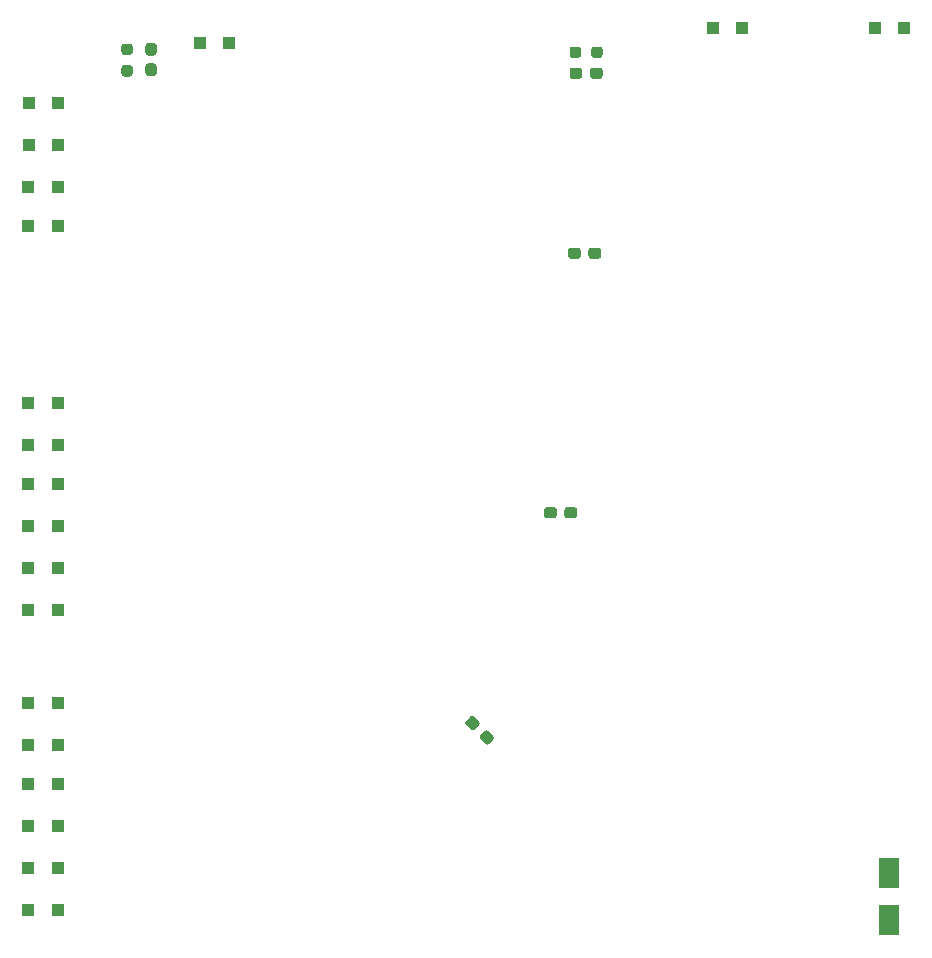
<source format=gbp>
%TF.GenerationSoftware,KiCad,Pcbnew,5.1.9+dfsg1-1*%
%TF.CreationDate,2021-12-02T00:27:29+01:00*%
%TF.ProjectId,RTMPin,52544d50-696e-42e6-9b69-6361645f7063,rev?*%
%TF.SameCoordinates,Original*%
%TF.FileFunction,Paste,Bot*%
%TF.FilePolarity,Positive*%
%FSLAX46Y46*%
G04 Gerber Fmt 4.6, Leading zero omitted, Abs format (unit mm)*
G04 Created by KiCad (PCBNEW 5.1.9+dfsg1-1) date 2021-12-02 00:27:29*
%MOMM*%
%LPD*%
G01*
G04 APERTURE LIST*
%ADD10R,1.800000X2.500000*%
%ADD11R,1.000000X1.000000*%
G04 APERTURE END LIST*
G36*
G01*
X139883000Y-56912500D02*
X139883000Y-57387500D01*
G75*
G02*
X139645500Y-57625000I-237500J0D01*
G01*
X139045500Y-57625000D01*
G75*
G02*
X138808000Y-57387500I0J237500D01*
G01*
X138808000Y-56912500D01*
G75*
G02*
X139045500Y-56675000I237500J0D01*
G01*
X139645500Y-56675000D01*
G75*
G02*
X139883000Y-56912500I0J-237500D01*
G01*
G37*
G36*
G01*
X141608000Y-56912500D02*
X141608000Y-57387500D01*
G75*
G02*
X141370500Y-57625000I-237500J0D01*
G01*
X140770500Y-57625000D01*
G75*
G02*
X140533000Y-57387500I0J237500D01*
G01*
X140533000Y-56912500D01*
G75*
G02*
X140770500Y-56675000I237500J0D01*
G01*
X141370500Y-56675000D01*
G75*
G02*
X141608000Y-56912500I0J-237500D01*
G01*
G37*
G36*
G01*
X131252872Y-113173748D02*
X131588748Y-112837872D01*
G75*
G02*
X131924624Y-112837872I167938J-167938D01*
G01*
X132348888Y-113262136D01*
G75*
G02*
X132348888Y-113598012I-167938J-167938D01*
G01*
X132013012Y-113933888D01*
G75*
G02*
X131677136Y-113933888I-167938J167938D01*
G01*
X131252872Y-113509624D01*
G75*
G02*
X131252872Y-113173748I167938J167938D01*
G01*
G37*
G36*
G01*
X130033112Y-111953988D02*
X130368988Y-111618112D01*
G75*
G02*
X130704864Y-111618112I167938J-167938D01*
G01*
X131129128Y-112042376D01*
G75*
G02*
X131129128Y-112378252I-167938J-167938D01*
G01*
X130793252Y-112714128D01*
G75*
G02*
X130457376Y-112714128I-167938J167938D01*
G01*
X130033112Y-112289864D01*
G75*
G02*
X130033112Y-111953988I167938J167938D01*
G01*
G37*
G36*
G01*
X138374000Y-94598500D02*
X138374000Y-94123500D01*
G75*
G02*
X138611500Y-93886000I237500J0D01*
G01*
X139211500Y-93886000D01*
G75*
G02*
X139449000Y-94123500I0J-237500D01*
G01*
X139449000Y-94598500D01*
G75*
G02*
X139211500Y-94836000I-237500J0D01*
G01*
X138611500Y-94836000D01*
G75*
G02*
X138374000Y-94598500I0J237500D01*
G01*
G37*
G36*
G01*
X136649000Y-94598500D02*
X136649000Y-94123500D01*
G75*
G02*
X136886500Y-93886000I237500J0D01*
G01*
X137486500Y-93886000D01*
G75*
G02*
X137724000Y-94123500I0J-237500D01*
G01*
X137724000Y-94598500D01*
G75*
G02*
X137486500Y-94836000I-237500J0D01*
G01*
X136886500Y-94836000D01*
G75*
G02*
X136649000Y-94598500I0J237500D01*
G01*
G37*
G36*
G01*
X140406000Y-72627500D02*
X140406000Y-72152500D01*
G75*
G02*
X140643500Y-71915000I237500J0D01*
G01*
X141243500Y-71915000D01*
G75*
G02*
X141481000Y-72152500I0J-237500D01*
G01*
X141481000Y-72627500D01*
G75*
G02*
X141243500Y-72865000I-237500J0D01*
G01*
X140643500Y-72865000D01*
G75*
G02*
X140406000Y-72627500I0J237500D01*
G01*
G37*
G36*
G01*
X138681000Y-72627500D02*
X138681000Y-72152500D01*
G75*
G02*
X138918500Y-71915000I237500J0D01*
G01*
X139518500Y-71915000D01*
G75*
G02*
X139756000Y-72152500I0J-237500D01*
G01*
X139756000Y-72627500D01*
G75*
G02*
X139518500Y-72865000I-237500J0D01*
G01*
X138918500Y-72865000D01*
G75*
G02*
X138681000Y-72627500I0J237500D01*
G01*
G37*
D10*
X165862000Y-124873000D03*
X165862000Y-128873000D03*
G36*
G01*
X140633000Y-55609500D02*
X140633000Y-55134500D01*
G75*
G02*
X140870500Y-54897000I237500J0D01*
G01*
X141370500Y-54897000D01*
G75*
G02*
X141608000Y-55134500I0J-237500D01*
G01*
X141608000Y-55609500D01*
G75*
G02*
X141370500Y-55847000I-237500J0D01*
G01*
X140870500Y-55847000D01*
G75*
G02*
X140633000Y-55609500I0J237500D01*
G01*
G37*
G36*
G01*
X138808000Y-55609500D02*
X138808000Y-55134500D01*
G75*
G02*
X139045500Y-54897000I237500J0D01*
G01*
X139545500Y-54897000D01*
G75*
G02*
X139783000Y-55134500I0J-237500D01*
G01*
X139783000Y-55609500D01*
G75*
G02*
X139545500Y-55847000I-237500J0D01*
G01*
X139045500Y-55847000D01*
G75*
G02*
X138808000Y-55609500I0J237500D01*
G01*
G37*
G36*
G01*
X101108500Y-56455500D02*
X101583500Y-56455500D01*
G75*
G02*
X101821000Y-56693000I0J-237500D01*
G01*
X101821000Y-57193000D01*
G75*
G02*
X101583500Y-57430500I-237500J0D01*
G01*
X101108500Y-57430500D01*
G75*
G02*
X100871000Y-57193000I0J237500D01*
G01*
X100871000Y-56693000D01*
G75*
G02*
X101108500Y-56455500I237500J0D01*
G01*
G37*
G36*
G01*
X101108500Y-54630500D02*
X101583500Y-54630500D01*
G75*
G02*
X101821000Y-54868000I0J-237500D01*
G01*
X101821000Y-55368000D01*
G75*
G02*
X101583500Y-55605500I-237500J0D01*
G01*
X101108500Y-55605500D01*
G75*
G02*
X100871000Y-55368000I0J237500D01*
G01*
X100871000Y-54868000D01*
G75*
G02*
X101108500Y-54630500I237500J0D01*
G01*
G37*
D11*
X95484000Y-70104000D03*
X92984000Y-70104000D03*
X95484000Y-66802000D03*
X92984000Y-66802000D03*
X95504000Y-63246000D03*
X93004000Y-63246000D03*
X95504000Y-59690000D03*
X93004000Y-59690000D03*
X150916000Y-53340000D03*
X153416000Y-53340000D03*
X164632000Y-53340000D03*
X167132000Y-53340000D03*
X95464000Y-102616000D03*
X92964000Y-102616000D03*
X95464000Y-99060000D03*
X92964000Y-99060000D03*
X95464000Y-95504000D03*
X92964000Y-95504000D03*
X95464000Y-91948000D03*
X92964000Y-91948000D03*
X95464000Y-88646000D03*
X92964000Y-88646000D03*
X95464000Y-85090000D03*
X92964000Y-85090000D03*
X95484000Y-128016000D03*
X92984000Y-128016000D03*
X95464000Y-124460000D03*
X92964000Y-124460000D03*
X95484000Y-120904000D03*
X92984000Y-120904000D03*
X95484000Y-117348000D03*
X92984000Y-117348000D03*
X95484000Y-114046000D03*
X92984000Y-114046000D03*
X95464000Y-110490000D03*
X92964000Y-110490000D03*
X107482000Y-54610000D03*
X109982000Y-54610000D03*
G36*
G01*
X103140500Y-56305500D02*
X103615500Y-56305500D01*
G75*
G02*
X103853000Y-56543000I0J-237500D01*
G01*
X103853000Y-57143000D01*
G75*
G02*
X103615500Y-57380500I-237500J0D01*
G01*
X103140500Y-57380500D01*
G75*
G02*
X102903000Y-57143000I0J237500D01*
G01*
X102903000Y-56543000D01*
G75*
G02*
X103140500Y-56305500I237500J0D01*
G01*
G37*
G36*
G01*
X103140500Y-54580500D02*
X103615500Y-54580500D01*
G75*
G02*
X103853000Y-54818000I0J-237500D01*
G01*
X103853000Y-55418000D01*
G75*
G02*
X103615500Y-55655500I-237500J0D01*
G01*
X103140500Y-55655500D01*
G75*
G02*
X102903000Y-55418000I0J237500D01*
G01*
X102903000Y-54818000D01*
G75*
G02*
X103140500Y-54580500I237500J0D01*
G01*
G37*
M02*

</source>
